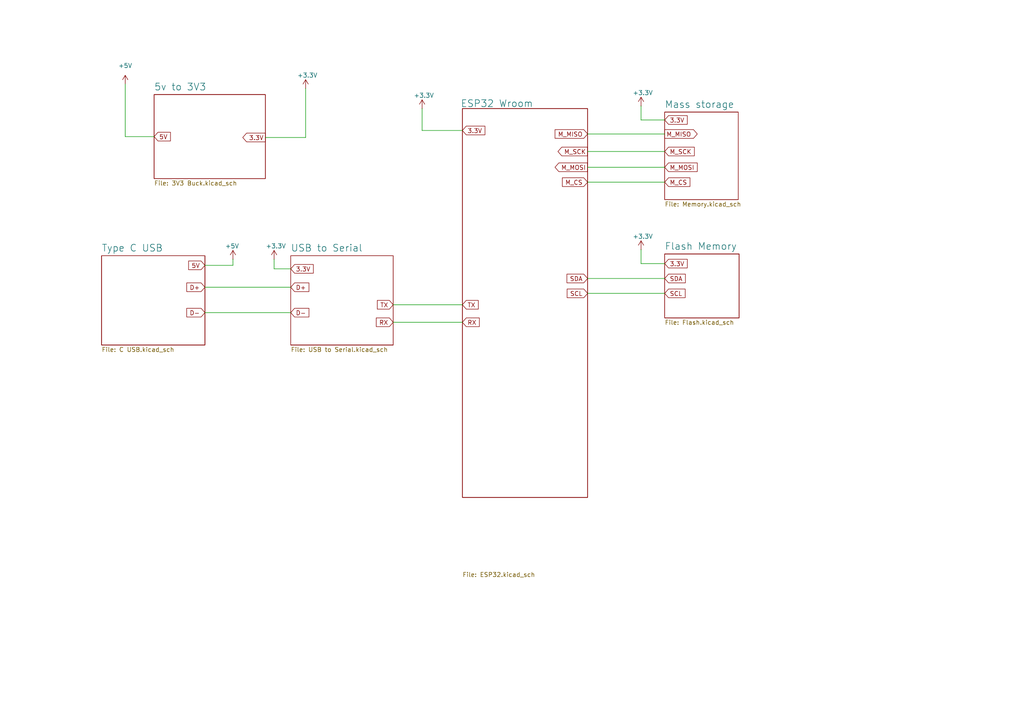
<source format=kicad_sch>
(kicad_sch (version 20231120) (generator "eeschema") (generator_version "8.0")
  (paper "A4")
  (title_block (rev "V1.0") (company "MyoGen Solutions") (comment 1 "Designed By Eng. Ndambia M."))
  (lib_symbols
    (symbol "power:+3.3V" (power) (pin_numbers hide) (pin_names (offset 0) hide)
      (property "Value" "+3.3V" (at 0 3.556 0))
      (symbol "+3.3V_0_1"
        (polyline (pts (xy -0.762 1.27) (xy 0 2.54)))
        (polyline (pts (xy 0 0) (xy 0 2.54)))
        (polyline (pts (xy 0 2.54) (xy 0.762 1.27)))
      )
      (symbol "+3.3V_1_1"
        (pin power_in line (at 0 0 90) (length 0) (name "~") (number "1"))
      )
    )
    (symbol "power:+5V" (power) (pin_numbers hide) (pin_names (offset 0) hide)
      (property "Value" "+5V" (at 0 3.556 0))
      (symbol "+5V_0_1"
        (polyline (pts (xy -0.762 1.27) (xy 0 2.54)))
        (polyline (pts (xy 0 0) (xy 0 2.54)))
        (polyline (pts (xy 0 2.54) (xy 0.762 1.27)))
      )
      (symbol "+5V_1_1"
        (pin power_in line (at 0 0 90) (length 0) (name "~") (number "1"))
      )
    )
  )
  (wire (pts (xy 170.434 52.832) (xy 192.786 52.832)))
  (wire (pts (xy 114.046 93.472) (xy 134.112 93.472)))
  (wire (pts (xy 76.962 39.878) (xy 88.646 39.878)))
  (wire (pts (xy 88.646 25.654) (xy 88.646 39.878)))
  (wire (pts (xy 170.434 48.514) (xy 192.786 48.514)))
  (wire (pts (xy 67.564 75.184) (xy 67.564 76.962)))
  (wire (pts (xy 170.434 43.942) (xy 192.786 43.942)))
  (wire (pts (xy 36.322 39.624) (xy 44.704 39.624)))
  (wire (pts (xy 185.928 72.39) (xy 185.928 76.454)))
  (wire (pts (xy 170.434 80.772) (xy 192.786 80.772)))
  (wire (pts (xy 36.322 24.384) (xy 36.322 39.624)))
  (wire (pts (xy 170.434 38.862) (xy 192.786 38.862)))
  (wire (pts (xy 59.436 83.312) (xy 84.328 83.312)))
  (wire (pts (xy 170.434 85.09) (xy 192.786 85.09)))
  (wire (pts (xy 79.502 75.184) (xy 79.502 77.978)))
  (wire (pts (xy 59.436 76.962) (xy 67.564 76.962)))
  (wire (pts (xy 79.502 77.978) (xy 84.328 77.978)))
  (wire (pts (xy 185.928 34.798) (xy 192.786 34.798)))
  (wire (pts (xy 59.436 90.678) (xy 84.328 90.678)))
  (wire (pts (xy 114.046 88.392) (xy 134.112 88.392)))
  (wire (pts (xy 185.928 76.454) (xy 192.786 76.454)))
  (wire (pts (xy 122.428 31.496) (xy 122.428 37.846)))
  (wire (pts (xy 185.928 30.734) (xy 185.928 34.798)))
  (wire (pts (xy 122.428 37.846) (xy 134.112 37.846)))
  (global_label "SCL" (shape input) (at 192.786 85.09 0) (property "Intersheetrefs" "${INTERSHEET_REFS}" (effects (hide yes))))
  (global_label "3.3V" (shape input) (at 192.786 34.798 0) (property "Intersheetrefs" "${INTERSHEET_REFS}" (effects (hide yes))))
  (global_label "M_MISO" (shape output) (at 192.786 38.862 0) (property "Intersheetrefs" "${INTERSHEET_REFS}" (effects (hide yes))))
  (global_label "5V" (shape input) (at 59.436 76.962 180) (property "Intersheetrefs" "${INTERSHEET_REFS}" (effects (hide yes))))
  (global_label "M_SCK" (shape input) (at 192.786 43.942 0) (property "Intersheetrefs" "${INTERSHEET_REFS}" (effects (hide yes))))
  (global_label "D-" (shape input) (at 84.328 90.678 0) (property "Intersheetrefs" "${INTERSHEET_REFS}" (effects (hide yes))))
  (global_label "5V" (shape input) (at 44.704 39.624 0) (property "Intersheetrefs" "${INTERSHEET_REFS}" (effects (hide yes))))
  (global_label "D+" (shape input) (at 59.436 83.312 180) (property "Intersheetrefs" "${INTERSHEET_REFS}" (effects (hide yes))))
  (global_label "D-" (shape input) (at 59.436 90.678 180) (property "Intersheetrefs" "${INTERSHEET_REFS}" (effects (hide yes))))
  (global_label "SDA" (shape input) (at 192.786 80.772 0) (property "Intersheetrefs" "${INTERSHEET_REFS}" (effects (hide yes))))
  (global_label "M_MOSI" (shape output) (at 170.434 48.514 180) (property "Intersheetrefs" "${INTERSHEET_REFS}" (effects (hide yes))))
  (global_label "3.3V" (shape input) (at 192.786 76.454 0) (property "Intersheetrefs" "${INTERSHEET_REFS}" (effects (hide yes))))
  (global_label "3.3V" (shape output) (at 76.962 39.878 180) (property "Intersheetrefs" "${INTERSHEET_REFS}" (effects (hide yes))))
  (global_label "SDA" (shape input) (at 170.434 80.772 180) (property "Intersheetrefs" "${INTERSHEET_REFS}" (effects (hide yes))))
  (global_label "M_MISO" (shape input) (at 170.434 38.862 180) (property "Intersheetrefs" "${INTERSHEET_REFS}" (effects (hide yes))))
  (global_label "SCL" (shape input) (at 170.434 85.09 180) (property "Intersheetrefs" "${INTERSHEET_REFS}" (effects (hide yes))))
  (global_label "M_CS" (shape input) (at 192.786 52.832 0) (property "Intersheetrefs" "${INTERSHEET_REFS}" (effects (hide yes))))
  (global_label "M_MOSI" (shape input) (at 192.786 48.514 0) (property "Intersheetrefs" "${INTERSHEET_REFS}" (effects (hide yes))))
  (global_label "3.3V" (shape input) (at 134.112 37.846 0) (property "Intersheetrefs" "${INTERSHEET_REFS}" (effects (hide yes))))
  (global_label "TX" (shape input) (at 134.112 88.392 0) (property "Intersheetrefs" "${INTERSHEET_REFS}" (effects (hide yes))))
  (global_label "3.3V" (shape input) (at 84.328 77.978 0) (property "Intersheetrefs" "${INTERSHEET_REFS}" (effects (hide yes))))
  (global_label "RX" (shape input) (at 114.046 93.472 180) (property "Intersheetrefs" "${INTERSHEET_REFS}" (effects (hide yes))))
  (global_label "TX" (shape input) (at 114.046 88.392 180) (property "Intersheetrefs" "${INTERSHEET_REFS}" (effects (hide yes))))
  (global_label "D+" (shape input) (at 84.328 83.312 0) (property "Intersheetrefs" "${INTERSHEET_REFS}" (effects (hide yes))))
  (global_label "M_CS" (shape input) (at 170.434 52.832 180) (property "Intersheetrefs" "${INTERSHEET_REFS}" (effects (hide yes))))
  (global_label "RX" (shape input) (at 134.112 93.472 0) (property "Intersheetrefs" "${INTERSHEET_REFS}" (effects (hide yes))))
  (global_label "M_SCK" (shape output) (at 170.434 43.942 180) (property "Intersheetrefs" "${INTERSHEET_REFS}" (effects (hide yes))))
  (symbol (lib_id "power:+5V") (at 36.322 24.384 0) (unit 1)
    (property "Reference" "#PWR065" (effects (hide yes)))
    (property "Value" "+5V" (at 36.322 19.05 0))
    (property "Description" "Power symbol creates a global label with name \"+5V\"" (effects (hide yes)))
  )
  (symbol (lib_id "power:+5V") (at 67.564 75.184 0) (unit 1)
    (property "Reference" "#PWR066" (effects (hide yes)))
    (property "Value" "+5V" (at 67.31 71.374 0))
    (property "Description" "Power symbol creates a global label with name \"+5V\"" (effects (hide yes)))
  )
  (symbol (lib_id "power:+3.3V") (at 88.646 25.654 0) (unit 1)
    (property "Reference" "#PWR068" (effects (hide yes)))
    (property "Value" "+3.3V" (at 89.154 21.844 0))
  )
  (symbol (lib_id "power:+3.3V") (at 185.928 72.39 0) (unit 1)
    (property "Reference" "#PWR071" (effects (hide yes)))
    (property "Value" "+3.3V" (at 186.436 68.58 0))
  )
  (symbol (lib_id "power:+3.3V") (at 79.502 75.184 0) (unit 1)
    (property "Reference" "#PWR067" (effects (hide yes)))
    (property "Value" "+3.3V" (at 80.01 71.374 0))
  )
  (symbol (lib_id "power:+3.3V") (at 122.428 31.496 0) (unit 1)
    (property "Reference" "#PWR069" (effects (hide yes)))
    (property "Value" "+3.3V" (at 122.936 27.686 0))
  )
  (symbol (lib_id "power:+3.3V") (at 185.928 30.734 0) (unit 1)
    (property "Reference" "#PWR070" (effects (hide yes)))
    (property "Value" "+3.3V" (at 186.436 26.924 0))
  )
  (sheet (at 29.464 74.168) (size 29.972 25.908) (stroke (width 0.1524))
    (property "Sheetname" "Type C USB" (at 29.464 73.0914 0) (effects (font (size 2 2)) (justify left bottom)))
    (property "Sheetfile" "C USB.kicad_sch" (at 29.464 100.6606 0) (effects (justify left top)))
  )
  (sheet (at 44.704 27.432) (size 32.258 24.384) (stroke (width 0.1524))
    (property "Sheetname" "5v to 3V3" (at 44.704 26.3554 0) (effects (font (size 2 2)) (justify left bottom)))
    (property "Sheetfile" "3V3 Buck.kicad_sch" (at 44.704 52.4006 0) (effects (justify left top)))
  )
  (sheet (at 134.112 31.496) (size 36.322 112.776) (stroke (width 0.1524))
    (property "Sheetname" "ESP32 Wroom" (at 133.604 31.1814 0) (effects (font (size 2 2)) (justify left bottom)))
    (property "Sheetfile" "ESP32.kicad_sch" (at 134.112 165.9386 0) (effects (justify left top)))
  )
  (sheet (at 84.328 74.168) (size 29.718 25.908) (stroke (width 0.1524))
    (property "Sheetname" "USB to Serial" (at 84.328 73.0914 0) (effects (font (size 2 2)) (justify left bottom)))
    (property "Sheetfile" "USB to Serial.kicad_sch" (at 84.328 100.6606 0) (effects (justify left top)))
  )
  (sheet (at 192.786 73.66) (size 21.59 18.542) (stroke (width 0.1524))
    (property "Sheetname" "Flash Memory" (at 192.786 72.5834 0) (effects (font (size 2 2)) (justify left bottom)))
    (property "Sheetfile" "Flash.kicad_sch" (at 192.786 92.7866 0) (effects (justify left top)))
  )
  (sheet (at 192.786 32.512) (size 21.336 25.4) (stroke (width 0.1524))
    (property "Sheetname" "Mass storage" (at 192.786 31.4354 0) (effects (font (size 2 2)) (justify left bottom)))
    (property "Sheetfile" "Memory.kicad_sch" (at 192.786 58.4966 0) (effects (justify left top)))
  )
)
</source>
